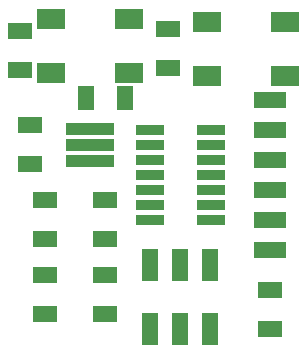
<source format=gbr>
G04 EAGLE Gerber RS-274X export*
G75*
%MOMM*%
%FSLAX34Y34*%
%LPD*%
%INSoldermask Top*%
%IPPOS*%
%AMOC8*
5,1,8,0,0,1.08239X$1,22.5*%
G01*
%ADD10R,2.108200X1.473200*%
%ADD11R,2.413000X0.812800*%
%ADD12R,1.473200X2.743200*%
%ADD13R,2.743200X1.473200*%
%ADD14R,4.103200X1.003200*%
%ADD15R,2.489200X1.727200*%
%ADD16R,1.473200X2.108200*%


D10*
X228600Y67310D03*
X228600Y34290D03*
D11*
X126365Y203200D03*
X178435Y203200D03*
X126365Y190500D03*
X126365Y177800D03*
X178435Y190500D03*
X178435Y177800D03*
X126365Y165100D03*
X178435Y165100D03*
X126365Y152400D03*
X126365Y139700D03*
X178435Y152400D03*
X178435Y139700D03*
X126365Y127000D03*
X178435Y127000D03*
D10*
X88900Y110490D03*
X88900Y143510D03*
X88900Y46990D03*
X88900Y80010D03*
X25400Y207010D03*
X25400Y173990D03*
D12*
X177800Y88900D03*
X152400Y88900D03*
X127000Y88900D03*
X177800Y34300D03*
X152400Y34300D03*
X127000Y34300D03*
D13*
X228600Y101600D03*
X228600Y127000D03*
X228600Y152400D03*
X228600Y177800D03*
X228600Y203200D03*
X228600Y228600D03*
D14*
X76200Y204000D03*
X76200Y190500D03*
X76200Y177000D03*
D10*
X38100Y46990D03*
X38100Y80010D03*
X38100Y110490D03*
X38100Y143510D03*
D15*
X109220Y251460D03*
X43180Y251460D03*
X109220Y297180D03*
X43180Y297180D03*
X241300Y248920D03*
X175260Y248920D03*
X241300Y294640D03*
X175260Y294640D03*
D10*
X16510Y254000D03*
X16510Y287020D03*
X142240Y288290D03*
X142240Y255270D03*
D16*
X72390Y229870D03*
X105410Y229870D03*
M02*

</source>
